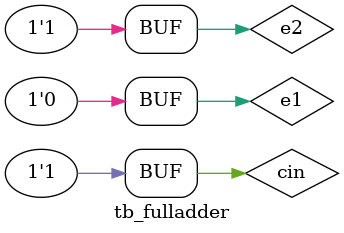
<source format=v>
`timescale 1ns / 1ps


module tb_fulladder;

	// Inputs
	reg e1;
	reg e2;
	reg cin;

	// Outputs
	wire sum;
	wire cout;

	// Instantiate the Unit Under Test (UUT)
	fulladder uut (
		.e1(e1), 
		.e2(e2), 
		.cin(cin), 
		.sum(sum), 
		.cout(cout)
	);

	initial begin
		// Initialize Inputs
		e1 = 0;
		e2 = 0;
		cin = 0;

		// Wait 100 ns for global reset to finish
		#100;
		
		e1 = 1;
		e2 = 0;
		cin = 1;		
	   
		#100
		
		e1 = 0;
		e2 = 1;
		cin = 1;
        
		// Add stimulus here

	end
      
endmodule


</source>
